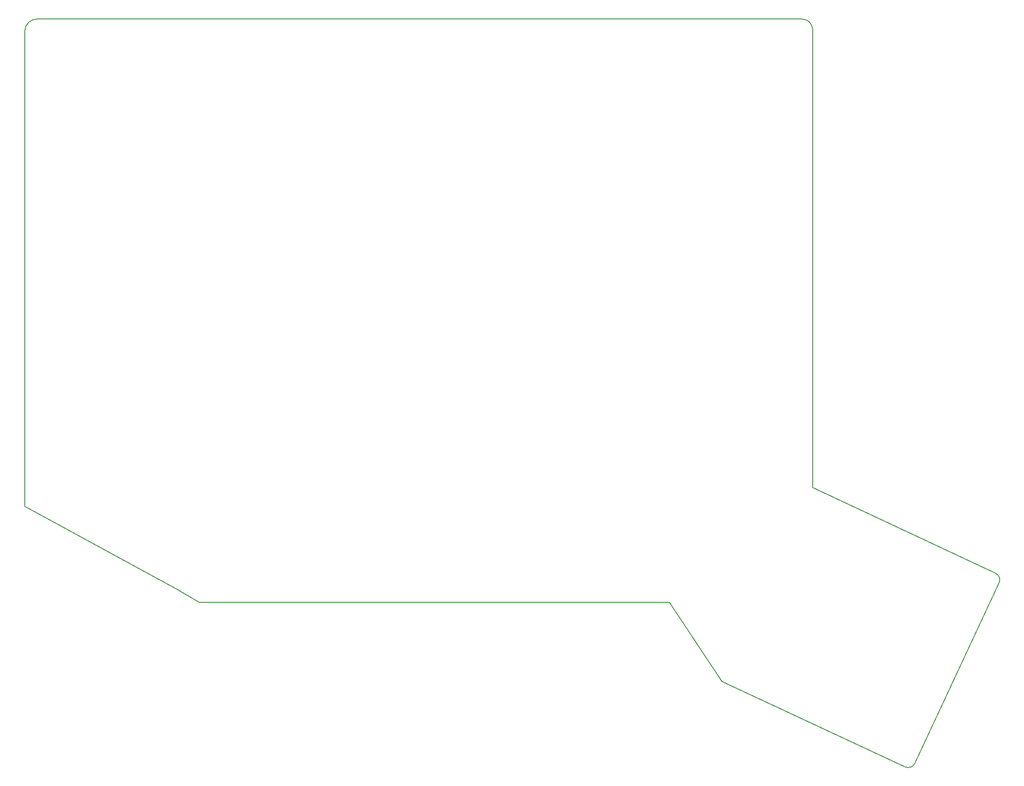
<source format=gbr>
G04 #@! TF.GenerationSoftware,KiCad,Pcbnew,(5.0.2)-1*
G04 #@! TF.CreationDate,2020-01-06T18:58:30+05:30*
G04 #@! TF.ProjectId,ergocape,6572676f-6361-4706-952e-6b696361645f,rev?*
G04 #@! TF.SameCoordinates,Original*
G04 #@! TF.FileFunction,Profile,NP*
%FSLAX46Y46*%
G04 Gerber Fmt 4.6, Leading zero omitted, Abs format (unit mm)*
G04 Created by KiCad (PCBNEW (5.0.2)-1) date 1/6/2020 6:58:30 PM*
%MOMM*%
%LPD*%
G01*
G04 APERTURE LIST*
%ADD10C,0.150000*%
G04 APERTURE END LIST*
D10*
X157988000Y-17272000D02*
X168402000Y-17272000D01*
X147574000Y-17272000D02*
X157988000Y-17272000D01*
X136906000Y-17272000D02*
X147574000Y-17272000D01*
X127000000Y-17272000D02*
X136906000Y-17272000D01*
X204852770Y-121558610D02*
G75*
G02X205467055Y-123246347I-536726J-1151011D01*
G01*
X204392365Y-121343921D02*
X204852769Y-121558611D01*
X170434000Y-19304000D02*
X170434000Y-105410000D01*
X153365200Y-141833600D02*
X143510000Y-127000000D01*
X153585583Y-141929498D02*
X153355381Y-141822153D01*
X205452980Y-123263660D02*
X189565914Y-157333582D01*
X189577980Y-157304740D02*
G75*
G02X187890244Y-157919026I-1151011J536725D01*
G01*
X153585583Y-141929498D02*
X187885708Y-157923909D01*
X170434000Y-105410000D02*
X204385820Y-121337275D01*
X168402000Y-17272000D02*
G75*
G02X170434000Y-19304000I0J-2032000D01*
G01*
X22352000Y-19558000D02*
G75*
G02X24638000Y-17272000I2286000J0D01*
G01*
X39370000Y-17272000D02*
X24638000Y-17272000D01*
X22352000Y-50800000D02*
X22352000Y-19558000D01*
X127000000Y-17272000D02*
X39370000Y-17272000D01*
X137150000Y-127000000D02*
X143510000Y-127000000D01*
X22352000Y-108966000D02*
X22860000Y-109220000D01*
X22352000Y-106426000D02*
X22352000Y-108966000D01*
X22352000Y-98044000D02*
X22352000Y-106426000D01*
X22352000Y-50800000D02*
X22352000Y-98044000D01*
X55118000Y-127000000D02*
X55880000Y-127000000D01*
X53848000Y-126238000D02*
X55118000Y-127000000D01*
X50800000Y-124460000D02*
X53848000Y-126238000D01*
X55880000Y-127000000D02*
X137160000Y-127000000D01*
X22860000Y-109220000D02*
X50800000Y-124460000D01*
M02*

</source>
